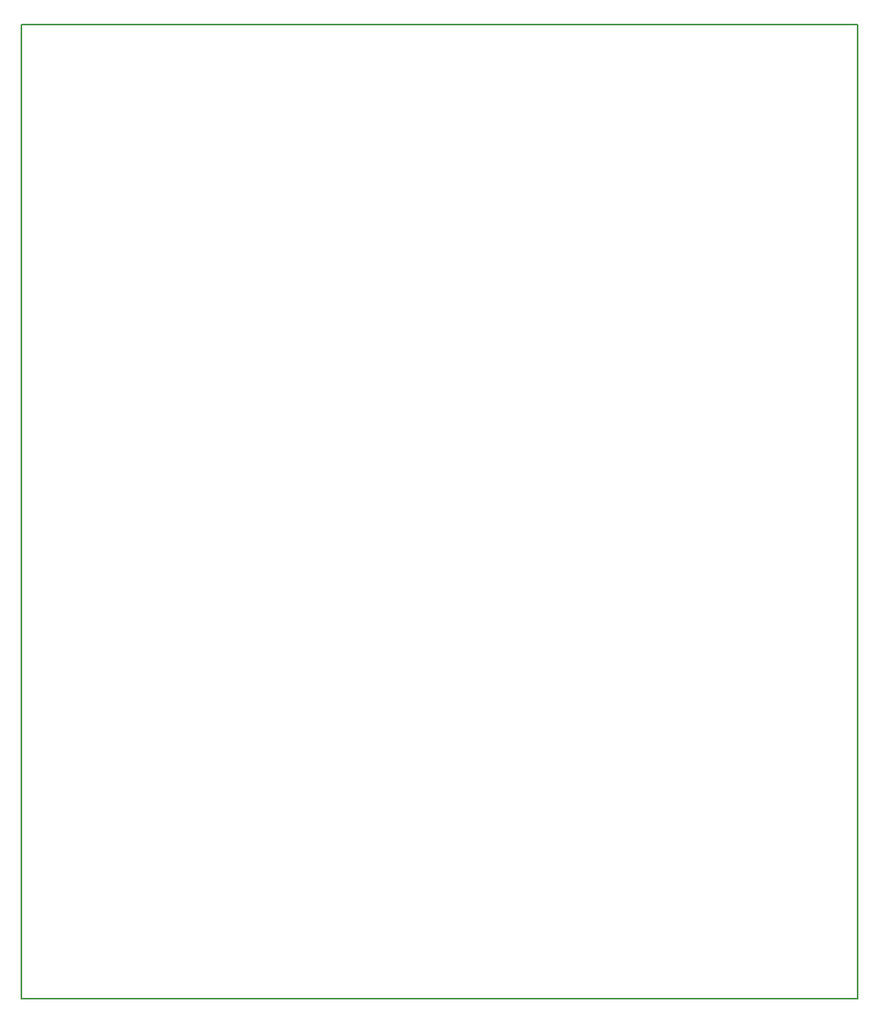
<source format=gm1>
G04 #@! TF.FileFunction,Profile,NP*
%FSLAX46Y46*%
G04 Gerber Fmt 4.6, Leading zero omitted, Abs format (unit mm)*
G04 Created by KiCad (PCBNEW 4.0.7) date 06/29/18 09:04:28*
%MOMM*%
%LPD*%
G01*
G04 APERTURE LIST*
%ADD10C,0.100000*%
%ADD11C,0.150000*%
G04 APERTURE END LIST*
D10*
D11*
X90424000Y-39624000D02*
X91440000Y-39624000D01*
X90424000Y-143764000D02*
X90424000Y-39624000D01*
X179832000Y-143764000D02*
X90424000Y-143764000D01*
X179832000Y-39624000D02*
X179832000Y-143764000D01*
X91440000Y-39624000D02*
X179832000Y-39624000D01*
M02*

</source>
